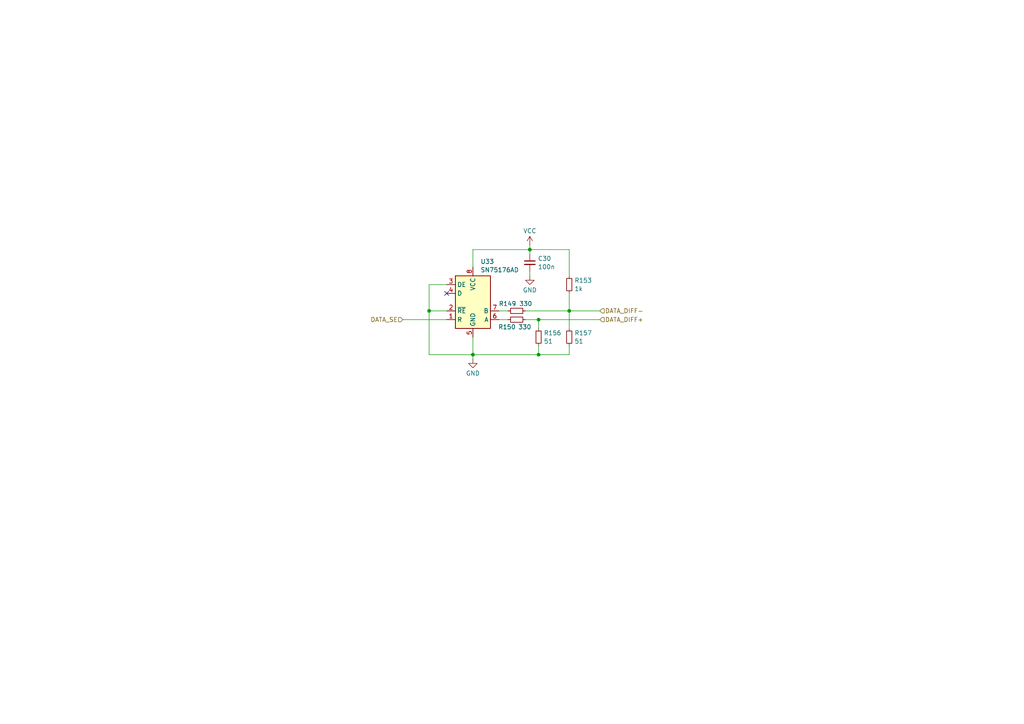
<source format=kicad_sch>
(kicad_sch (version 20230121) (generator eeschema)
  (paper "A4")
  (lib_symbols
    (symbol "Device:C_Small" (pin_numbers hide) (pin_names (offset 0.254) hide)
      (property "Reference" "C" (at 0.254 1.778 0))
      (property "Value" "C_Small" (at 0.254 -2.032 0))
      (symbol "C_Small_0_1"
        (polyline (pts (xy -1.524 -0.508) (xy 1.524 -0.508)) (stroke (width 0.3302)))
        (polyline (pts (xy -1.524 0.508) (xy 1.524 0.508)) (stroke (width 0.3048)))
      )
      (symbol "C_Small_1_1"
        (pin passive line (at 0 2.54 270) (length 2.032) (name "~") (number "1"))
        (pin passive line (at 0 -2.54 90) (length 2.032) (name "~") (number "2"))
      )
    )
    (symbol "Device:R_Small" (pin_numbers hide) (pin_names (offset 0.254) hide)
      (property "Reference" "R" (at 0.762 0.508 0))
      (property "Value" "R_Small" (at 0.762 -1.016 0))
      (symbol "R_Small_0_1"
        (rectangle (start -0.762 1.778) (end 0.762 -1.778) (stroke (width 0.2032)))
      )
      (symbol "R_Small_1_1"
        (pin passive line (at 0 2.54 270) (length 0.762) (name "~") (number "1"))
        (pin passive line (at 0 -2.54 90) (length 0.762) (name "~") (number "2"))
      )
    )
    (symbol "Interface_UART:SN75176AD"
      (property "Reference" "U" (at -4.318 8.89 0))
      (property "Value" "SN75176AD" (at 1.016 8.89 0))
      (symbol "SN75176AD_0_1"
        (rectangle (start -5.08 7.62) (end 5.08 -7.62) (stroke (width 0.254)) (fill (type background)))
      )
      (symbol "SN75176AD_1_1"
        (pin output line (at -7.62 -5.08 0) (length 2.54) (name "R") (number "1"))
        (pin input line (at -7.62 -2.54 0) (length 2.54) (name "~{RE}") (number "2"))
        (pin input line (at -7.62 5.08 0) (length 2.54) (name "DE") (number "3"))
        (pin input line (at -7.62 2.54 0) (length 2.54) (name "D") (number "4"))
        (pin power_in line (at 0 -10.16 90) (length 2.54) (name "GND") (number "5"))
        (pin bidirectional line (at 7.62 -5.08 180) (length 2.54) (name "A") (number "6"))
        (pin bidirectional line (at 7.62 -2.54 180) (length 2.54) (name "B") (number "7"))
        (pin power_in line (at 0 10.16 270) (length 2.54) (name "VCC") (number "8"))
      )
    )
    (symbol "power:GND" (power) (pin_names (offset 0))
      (property "Value" "GND" (at 0 -3.81 0))
      (symbol "GND_0_1"
        (polyline (pts (xy 0 0) (xy 0 -1.27) (xy 1.27 -1.27) (xy 0 -2.54) (xy -1.27 -1.27) (xy 0 -1.27)))
      )
      (symbol "GND_1_1"
        (pin power_in line (at 0 0 270) (length 0) hide (name "GND") (number "1"))
      )
    )
    (symbol "power:VCC" (power) (pin_names (offset 0))
      (property "Value" "VCC" (at 0 3.81 0))
      (symbol "VCC_0_1"
        (polyline (pts (xy -0.762 1.27) (xy 0 2.54)))
        (polyline (pts (xy 0 0) (xy 0 2.54)))
        (polyline (pts (xy 0 2.54) (xy 0.762 1.27)))
      )
      (symbol "VCC_1_1"
        (pin power_in line (at 0 0 90) (length 0) hide (name "VCC") (number "1"))
      )
    )
  )
  (junction (at 153.67 72.39))
  (junction (at 156.21 102.87))
  (junction (at 165.1 90.17))
  (junction (at 156.21 92.71))
  (junction (at 137.16 102.87))
  (junction (at 124.46 90.17))
  (no_connect (at 129.54 85.09))
  (wire (pts (xy 137.16 72.39) (xy 137.16 77.47)))
  (wire (pts (xy 153.67 72.39) (xy 153.67 73.66)))
  (wire (pts (xy 153.67 72.39) (xy 165.1 72.39)))
  (wire (pts (xy 156.21 92.71) (xy 156.21 95.25)))
  (wire (pts (xy 137.16 104.14) (xy 137.16 102.87)))
  (wire (pts (xy 124.46 102.87) (xy 137.16 102.87)))
  (wire (pts (xy 152.4 90.17) (xy 165.1 90.17)))
  (wire (pts (xy 124.46 82.55) (xy 124.46 90.17)))
  (wire (pts (xy 165.1 90.17) (xy 165.1 95.25)))
  (wire (pts (xy 116.84 92.71) (xy 129.54 92.71)))
  (wire (pts (xy 156.21 100.33) (xy 156.21 102.87)))
  (wire (pts (xy 152.4 92.71) (xy 156.21 92.71)))
  (wire (pts (xy 137.16 102.87) (xy 156.21 102.87)))
  (wire (pts (xy 153.67 78.74) (xy 153.67 80.01)))
  (wire (pts (xy 165.1 90.17) (xy 173.99 90.17)))
  (wire (pts (xy 153.67 72.39) (xy 137.16 72.39)))
  (wire (pts (xy 124.46 82.55) (xy 129.54 82.55)))
  (wire (pts (xy 144.78 90.17) (xy 147.32 90.17)))
  (wire (pts (xy 156.21 102.87) (xy 165.1 102.87)))
  (wire (pts (xy 165.1 85.09) (xy 165.1 90.17)))
  (wire (pts (xy 156.21 92.71) (xy 173.99 92.71)))
  (wire (pts (xy 124.46 90.17) (xy 124.46 102.87)))
  (wire (pts (xy 124.46 90.17) (xy 129.54 90.17)))
  (wire (pts (xy 153.67 71.12) (xy 153.67 72.39)))
  (wire (pts (xy 165.1 100.33) (xy 165.1 102.87)))
  (wire (pts (xy 137.16 97.79) (xy 137.16 102.87)))
  (wire (pts (xy 144.78 92.71) (xy 147.32 92.71)))
  (wire (pts (xy 165.1 72.39) (xy 165.1 80.01)))
  (hierarchical_label "DATA_SE" (shape input) (at 116.84 92.71 180))
  (hierarchical_label "DATA_DIFF+" (shape input) (at 173.99 92.71 0))
  (hierarchical_label "DATA_DIFF-" (shape input) (at 173.99 90.17 0))
  (symbol (lib_id "power:VCC") (at 153.67 71.12 0) (unit 1)
    (property "Reference" "#PWR0101" (effects hide))
    (property "Value" "VCC" (at 153.67 66.9869 0))
    (instances (project "ipibitsy" (path "" (reference "#PWR0101") (unit 1)) (path "" (reference "#PWR015") (unit 1)) (path "" (reference "#PWR02301") (unit 1)) (path "" (reference "#PWR02201") (unit 1)) (path "" (reference "#PWR0116") (unit 1)) (path "" (reference "#PWR089") (unit 1)) (path "" (reference "#PWR0110") (unit 1)) (path "" (reference "#PWR092") (unit 1)) (path "" (reference "#PWR095") (unit 1)) (path "" (reference "#PWR098") (unit 1)) (path "" (reference "#PWR0104") (unit 1)) (path "" (reference "#PWR0107") (unit 1)) (path "" (reference "#PWR0134") (unit 1)) (path "" (reference "#PWR083") (unit 1)) (path "" (reference "#PWR087") (unit 1)) (path "" (reference "#PWR0113") (unit 1)) (path "" (reference "#PWR0122") (unit 1)) (path "" (reference "#PWR0119") (unit 1)) (path "" (reference "#PWR0125") (unit 1)) (path "" (reference "#PWR0128") (unit 1)) (path "" (reference "#PWR0131") (unit 1)) (path "" (reference "#PWR02101") (unit 1))))
  )
  (symbol (lib_id "Device:R_Small") (at 149.86 90.17 90) (unit 1)
    (property "Reference" "R149" (at 147.2167 88.0904 90))
    (property "Value" "330" (at 152.4744 88.0904 90))
    (property "Footprint" "Resistor_SMD:R_0603_1608Metric_Pad0.98x0.95mm_HandSolder" (effects hide))
    (instances (project "ipibitsy" (path "" (reference "R149") (unit 1)) (path "" (reference "R12") (unit 1)) (path "" (reference "R2302") (unit 1)) (path "" (reference "R2202") (unit 1)) (path "" (reference "R?") (unit 1)) (path "" (reference "R209") (unit 1)) (path "" (reference "R128") (unit 1)) (path "" (reference "R124") (unit 1)) (path "" (reference "R1") (unit 1)) (path "" (reference "R134") (unit 1)) (path "" (reference "R144") (unit 1)) (path "" (reference "R164") (unit 1)) (path "" (reference "R154") (unit 1)) (path "" (reference "R179") (unit 1)) (path "" (reference "R169") (unit 1)) (path "" (reference "R139") (unit 1)) (path "" (reference "R159") (unit 1)) (path "" (reference "R174") (unit 1)) (path "" (reference "R189") (unit 1)) (path "" (reference "R184") (unit 1)) (path "" (reference "R194") (unit 1)) (path "" (reference "R199") (unit 1)) (path "" (reference "R204") (unit 1)) (path "" (reference "R2102") (unit 1))))
  )
  (symbol (lib_id "power:GND") (at 137.16 104.14 0) (unit 1)
    (property "Reference" "#PWR0103" (effects hide))
    (property "Value" "GND" (at 137.16 108.2731 0))
    (instances (project "ipibitsy" (path "" (reference "#PWR0103") (unit 1)) (path "" (reference "#PWR019") (unit 1)) (path "" (reference "#PWR02303") (unit 1)) (path "" (reference "#PWR02203") (unit 1)) (path "" (reference "#PWR0118") (unit 1)) (path "" (reference "#PWR091") (unit 1)) (path "" (reference "#PWR0112") (unit 1)) (path "" (reference "#PWR094") (unit 1)) (path "" (reference "#PWR097") (unit 1)) (path "" (reference "#PWR0100") (unit 1)) (path "" (reference "#PWR0106") (unit 1)) (path "" (reference "#PWR0109") (unit 1)) (path "" (reference "#PWR0136") (unit 1)) (path "" (reference "#PWR085") (unit 1)) (path "" (reference "#PWR086") (unit 1)) (path "" (reference "#PWR0115") (unit 1)) (path "" (reference "#PWR0124") (unit 1)) (path "" (reference "#PWR0121") (unit 1)) (path "" (reference "#PWR0127") (unit 1)) (path "" (reference "#PWR0130") (unit 1)) (path "" (reference "#PWR0133") (unit 1)) (path "" (reference "#PWR02103") (unit 1))))
  )
  (symbol (lib_id "Interface_UART:SN75176AD") (at 137.16 87.63 0) (unit 1)
    (property "Reference" "U33" (at 139.3541 75.8657 0) (effects (justify left)))
    (property "Value" "SN75176AD" (at 139.3541 78.2899 0) (effects (justify left)))
    (property "Footprint" "Package_SO:SOIC-8_3.9x4.9mm_P1.27mm" (effects hide))
    (property "Datasheet" "http://www.ti.com/lit/ds/symlink/sn75176a.pdf" (effects hide))
    (instances (project "ipibitsy" (path "" (reference "U33") (unit 1)) (path "" (reference "U5") (unit 1)) (path "" (reference "U2301") (unit 1)) (path "" (reference "U2201") (unit 1)) (path "" (reference "U38") (unit 1)) (path "" (reference "U29") (unit 1)) (path "" (reference "U36") (unit 1)) (path "" (reference "U30") (unit 1)) (path "" (reference "U31") (unit 1)) (path "" (reference "U32") (unit 1)) (path "" (reference "U34") (unit 1)) (path "" (reference "U35") (unit 1)) (path "" (reference "U44") (unit 1)) (path "" (reference "U27") (unit 1)) (path "" (reference "U28") (unit 1)) (path "" (reference "U37") (unit 1)) (path "" (reference "U40") (unit 1)) (path "" (reference "U39") (unit 1)) (path "" (reference "U41") (unit 1)) (path "" (reference "U42") (unit 1)) (path "" (reference "U43") (unit 1)) (path "" (reference "U2101") (unit 1))))
  )
  (symbol (lib_id "power:GND") (at 153.67 80.01 0) (unit 1)
    (property "Reference" "#PWR0102" (effects hide))
    (property "Value" "GND" (at 153.67 84.1431 0))
    (instances (project "ipibitsy" (path "" (reference "#PWR0102") (unit 1)) (path "" (reference "#PWR018") (unit 1)) (path "" (reference "#PWR02302") (unit 1)) (path "" (reference "#PWR02202") (unit 1)) (path "" (reference "#PWR0117") (unit 1)) (path "" (reference "#PWR090") (unit 1)) (path "" (reference "#PWR0111") (unit 1)) (path "" (reference "#PWR093") (unit 1)) (path "" (reference "#PWR096") (unit 1)) (path "" (reference "#PWR099") (unit 1)) (path "" (reference "#PWR0105") (unit 1)) (path "" (reference "#PWR0108") (unit 1)) (path "" (reference "#PWR0135") (unit 1)) (path "" (reference "#PWR084") (unit 1)) (path "" (reference "#PWR088") (unit 1)) (path "" (reference "#PWR0114") (unit 1)) (path "" (reference "#PWR0123") (unit 1)) (path "" (reference "#PWR0120") (unit 1)) (path "" (reference "#PWR0126") (unit 1)) (path "" (reference "#PWR0129") (unit 1)) (path "" (reference "#PWR0132") (unit 1)) (path "" (reference "#PWR02102") (unit 1))))
  )
  (symbol (lib_id "Device:R_Small") (at 165.1 97.79 0) (unit 1)
    (property "Reference" "R157" (at 166.5986 96.5779 0) (effects (justify left)))
    (property "Value" "51" (at 166.5986 99.0021 0) (effects (justify left)))
    (property "Footprint" "Resistor_SMD:R_0603_1608Metric_Pad0.98x0.95mm_HandSolder" (effects hide))
    (instances (project "ipibitsy" (path "" (reference "R157") (unit 1)) (path "" (reference "R17") (unit 1)) (path "" (reference "R2305") (unit 1)) (path "" (reference "R2205") (unit 1)) (path "" (reference "R182") (unit 1)) (path "" (reference "R137") (unit 1)) (path "" (reference "R172") (unit 1)) (path "" (reference "R142") (unit 1)) (path "" (reference "R147") (unit 1)) (path "" (reference "R152") (unit 1)) (path "" (reference "R162") (unit 1)) (path "" (reference "R167") (unit 1)) (path "" (reference "R212") (unit 1)) (path "" (reference "R127") (unit 1)) (path "" (reference "R131") (unit 1)) (path "" (reference "R177") (unit 1)) (path "" (reference "R192") (unit 1)) (path "" (reference "R187") (unit 1)) (path "" (reference "R197") (unit 1)) (path "" (reference "R202") (unit 1)) (path "" (reference "R207") (unit 1)) (path "" (reference "R2105") (unit 1))))
  )
  (symbol (lib_id "Device:R_Small") (at 156.21 97.79 0) (unit 1)
    (property "Reference" "R156" (at 157.7086 96.5779 0) (effects (justify left)))
    (property "Value" "51" (at 157.7086 99.0021 0) (effects (justify left)))
    (property "Footprint" "Resistor_SMD:R_0603_1608Metric_Pad0.98x0.95mm_HandSolder" (effects hide))
    (instances (project "ipibitsy" (path "" (reference "R156") (unit 1)) (path "" (reference "R16") (unit 1)) (path "" (reference "R2304") (unit 1)) (path "" (reference "R2204") (unit 1)) (path "" (reference "R181") (unit 1)) (path "" (reference "R136") (unit 1)) (path "" (reference "R171") (unit 1)) (path "" (reference "R141") (unit 1)) (path "" (reference "R146") (unit 1)) (path "" (reference "R151") (unit 1)) (path "" (reference "R161") (unit 1)) (path "" (reference "R166") (unit 1)) (path "" (reference "R211") (unit 1)) (path "" (reference "R126") (unit 1)) (path "" (reference "R130") (unit 1)) (path "" (reference "R176") (unit 1)) (path "" (reference "R191") (unit 1)) (path "" (reference "R186") (unit 1)) (path "" (reference "R196") (unit 1)) (path "" (reference "R201") (unit 1)) (path "" (reference "R206") (unit 1)) (path "" (reference "R2104") (unit 1))))
  )
  (symbol (lib_id "Device:R_Small") (at 149.86 92.71 90) (unit 1)
    (property "Reference" "R150" (at 147.0597 94.8391 90))
    (property "Value" "330" (at 152.1998 94.8391 90))
    (property "Footprint" "Resistor_SMD:R_0603_1608Metric_Pad0.98x0.95mm_HandSolder" (effects hide))
    (instances (project "ipibitsy" (path "" (reference "R150") (unit 1)) (path "" (reference "R15") (unit 1)) (path "" (reference "R2303") (unit 1)) (path "" (reference "R2203") (unit 1)) (path "" (reference "R?") (unit 1)) (path "" (reference "R210") (unit 1)) (path "" (reference "R129") (unit 1)) (path "" (reference "R125") (unit 1)) (path "" (reference "R1") (unit 1)) (path "" (reference "R135") (unit 1)) (path "" (reference "R145") (unit 1)) (path "" (reference "R165") (unit 1)) (path "" (reference "R155") (unit 1)) (path "" (reference "R180") (unit 1)) (path "" (reference "R170") (unit 1)) (path "" (reference "R140") (unit 1)) (path "" (reference "R160") (unit 1)) (path "" (reference "R175") (unit 1)) (path "" (reference "R190") (unit 1)) (path "" (reference "R185") (unit 1)) (path "" (reference "R195") (unit 1)) (path "" (reference "R200") (unit 1)) (path "" (reference "R205") (unit 1)) (path "" (reference "R2103") (unit 1))))
  )
  (symbol (lib_id "Device:C_Small") (at 153.67 76.2 0) (unit 1)
    (property "Reference" "C30" (at 155.9941 74.9942 0) (effects (justify left)))
    (property "Value" "100n" (at 155.9941 77.4184 0) (effects (justify left)))
    (property "Footprint" "Capacitor_SMD:C_0603_1608Metric_Pad1.08x0.95mm_HandSolder" (effects hide))
    (instances (project "ipibitsy" (path "" (reference "C30") (unit 1)) (path "" (reference "C3") (unit 1)) (path "" (reference "C2301") (unit 1)) (path "" (reference "C2201") (unit 1)) (path "" (reference "C?") (unit 1)) (path "" (reference "C42") (unit 1)) (path "" (reference "C26") (unit 1)) (path "" (reference "C25") (unit 1)) (path "" (reference "C2") (unit 1)) (path "" (reference "C27") (unit 1)) (path "" (reference "C29") (unit 1)) (path "" (reference "C33") (unit 1)) (path "" (reference "C31") (unit 1)) (path "" (reference "C36") (unit 1)) (path "" (reference "C34") (unit 1)) (path "" (reference "C28") (unit 1)) (path "" (reference "C32") (unit 1)) (path "" (reference "C35") (unit 1)) (path "" (reference "C38") (unit 1)) (path "" (reference "C37") (unit 1)) (path "" (reference "C39") (unit 1)) (path "" (reference "C40") (unit 1)) (path "" (reference "C41") (unit 1)) (path "" (reference "C2101") (unit 1))))
  )
  (symbol (lib_id "Device:R_Small") (at 165.1 82.55 0) (unit 1)
    (property "Reference" "R153" (at 166.5986 81.3379 0) (effects (justify left)))
    (property "Value" "1k" (at 166.5986 83.7621 0) (effects (justify left)))
    (property "Footprint" "Resistor_SMD:R_0603_1608Metric_Pad0.98x0.95mm_HandSolder" (effects hide))
    (instances (project "ipibitsy" (path "" (reference "R153") (unit 1)) (path "" (reference "R7") (unit 1)) (path "" (reference "R2301") (unit 1)) (path "" (reference "R2201") (unit 1)) (path "" (reference "R178") (unit 1)) (path "" (reference "R133") (unit 1)) (path "" (reference "R168") (unit 1)) (path "" (reference "R138") (unit 1)) (path "" (reference "R143") (unit 1)) (path "" (reference "R148") (unit 1)) (path "" (reference "R158") (unit 1)) (path "" (reference "R163") (unit 1)) (path "" (reference "R208") (unit 1)) (path "" (reference "R123") (unit 1)) (path "" (reference "R132") (unit 1)) (path "" (reference "R173") (unit 1)) (path "" (reference "R188") (unit 1)) (path "" (reference "R183") (unit 1)) (path "" (reference "R193") (unit 1)) (path "" (reference "R198") (unit 1)) (path "" (reference "R203") (unit 1)) (path "" (reference "R2101") (unit 1))))
  )
)
</source>
